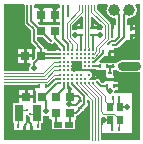
<source format=gtl>
G04*
G04 #@! TF.GenerationSoftware,Altium Limited,Altium Designer,19.0.15 (446)*
G04*
G04 Layer_Physical_Order=1*
G04 Layer_Color=255*
%FSLAX24Y24*%
%MOIN*%
G70*
G01*
G75*
%ADD11C,0.0079*%
%ADD13C,0.0049*%
%ADD14R,0.0295X0.0315*%
%ADD15R,0.0315X0.0295*%
%ADD16R,0.0256X0.0197*%
%ADD17R,0.0118X0.0106*%
%ADD18R,0.0106X0.0118*%
%ADD19R,0.0217X0.0256*%
%ADD20C,0.0079*%
%ADD21R,0.0295X0.0551*%
%ADD33C,0.0300*%
%ADD34C,0.0090*%
%ADD35C,0.0080*%
%ADD36R,0.0315X0.0300*%
%ADD37R,0.0354X0.0354*%
%ADD38C,0.0394*%
%ADD39C,0.0197*%
%ADD40C,0.0098*%
G36*
X2184Y131D02*
X2037D01*
X2037Y131D01*
X1588D01*
X1562Y129D01*
X1536Y124D01*
X1511Y116D01*
X1488Y104D01*
X1466Y90D01*
X1446Y72D01*
X1434Y58D01*
X1388Y49D01*
X1388Y49D01*
X1163D01*
Y49D01*
X853D01*
X834Y95D01*
X1008Y269D01*
X1053Y281D01*
X1053Y281D01*
X1135D01*
Y418D01*
X1185D01*
Y468D01*
X1317D01*
Y526D01*
X1318Y527D01*
X1334Y533D01*
X1346Y541D01*
X1399D01*
X1399Y541D01*
X1418Y543D01*
X1437Y548D01*
X1454Y558D01*
X1469Y570D01*
X1709Y810D01*
X1756Y817D01*
X1756Y817D01*
X1838D01*
Y955D01*
X1888D01*
Y1005D01*
X2020D01*
Y1131D01*
X1888D01*
Y1181D01*
X1838D01*
Y1319D01*
X1762D01*
Y1511D01*
X1778Y1532D01*
X1812Y1555D01*
X1825Y1555D01*
X1854Y1556D01*
X1882Y1561D01*
X1909Y1569D01*
X1936Y1580D01*
X1961Y1594D01*
X1985Y1611D01*
X2006Y1630D01*
X2025Y1651D01*
X2042Y1675D01*
X2056Y1700D01*
X2067Y1726D01*
X2075Y1754D01*
X2079Y1782D01*
X2081Y1811D01*
X2079Y1840D01*
X2075Y1868D01*
X2067Y1896D01*
X2056Y1922D01*
X2042Y1947D01*
X2035Y1957D01*
X2051Y1997D01*
X2060Y2007D01*
X2184D01*
Y131D01*
D02*
G37*
G36*
X-473Y1978D02*
Y1870D01*
X-600D01*
Y1644D01*
Y1417D01*
X-473D01*
Y1319D01*
X-866D01*
X-866Y1319D01*
X-896D01*
Y1319D01*
X-916Y1319D01*
X-1179D01*
X-1231Y1371D01*
X-1212Y1417D01*
X-1162D01*
Y1644D01*
Y1870D01*
X-1338D01*
Y1978D01*
X-1293Y2007D01*
X-518D01*
X-473Y1978D01*
D02*
G37*
G36*
X1099Y1997D02*
X1115Y1957D01*
X1108Y1947D01*
X1094Y1922D01*
X1083Y1896D01*
X1075Y1868D01*
X1070Y1840D01*
X1068Y1811D01*
X1070Y1782D01*
X1075Y1754D01*
X1083Y1726D01*
X1094Y1700D01*
X1108Y1675D01*
X1124Y1651D01*
X1144Y1630D01*
X1165Y1611D01*
X1188Y1594D01*
X1214Y1580D01*
X1240Y1569D01*
X1268Y1561D01*
X1296Y1556D01*
X1325Y1555D01*
X1327Y1555D01*
X1377Y1517D01*
Y1319D01*
X1302D01*
Y1181D01*
X1202D01*
Y1340D01*
X1201Y1340D01*
X1200Y1357D01*
X1195Y1373D01*
X1187Y1387D01*
X1177Y1400D01*
X1177Y1400D01*
X745Y1832D01*
Y1988D01*
X793Y2007D01*
X1090D01*
X1099Y1997D01*
D02*
G37*
G36*
X280Y1587D02*
Y1346D01*
X277D01*
Y1214D01*
X227D01*
Y1164D01*
X81D01*
X80Y1164D01*
X40Y1139D01*
X35Y1140D01*
X10Y1142D01*
X-15Y1140D01*
X-28Y1137D01*
X-57Y1152D01*
X-78Y1172D01*
Y1294D01*
X234Y1606D01*
X280Y1587D01*
D02*
G37*
G36*
X935Y1265D02*
Y1172D01*
X914Y1152D01*
X885Y1137D01*
X871Y1140D01*
X846Y1142D01*
X822Y1140D01*
X798Y1134D01*
X788Y1131D01*
X752Y1147D01*
X738Y1161D01*
Y1164D01*
X600D01*
Y1214D01*
X550D01*
Y1346D01*
X547D01*
Y1588D01*
X593Y1607D01*
X935Y1265D01*
D02*
G37*
G36*
X-889Y749D02*
X-884Y738D01*
X-875Y724D01*
X-864Y711D01*
X-851Y700D01*
X-837Y691D01*
X-821Y684D01*
X-804Y680D01*
X-787Y679D01*
X-770Y680D01*
X-754Y684D01*
X-738Y691D01*
X-724Y700D01*
X-711Y711D01*
X-700Y724D01*
X-697Y728D01*
X-661Y739D01*
X-638Y739D01*
X-638Y739D01*
X-539Y641D01*
X-538Y620D01*
X-540Y613D01*
X-442Y515D01*
Y482D01*
X-461Y463D01*
X-621D01*
X-637Y447D01*
X-646Y443D01*
X-906D01*
Y492D01*
X-974D01*
X-1013Y517D01*
X-1015Y536D01*
X-1021Y555D01*
X-1030Y572D01*
X-1042Y587D01*
X-1259Y804D01*
Y906D01*
X-1045D01*
X-889Y749D01*
D02*
G37*
G36*
X-1664Y1978D02*
Y1384D01*
X-1664Y1384D01*
X-1662Y1365D01*
X-1656Y1346D01*
X-1647Y1329D01*
X-1635Y1314D01*
X-1457Y1136D01*
Y763D01*
X-1457Y763D01*
X-1455Y743D01*
X-1450Y725D01*
X-1441Y708D01*
X-1428Y693D01*
X-1274Y538D01*
X-1293Y492D01*
X-1319D01*
Y209D01*
X-1371Y157D01*
X-1417Y176D01*
Y226D01*
X-1594D01*
Y39D01*
X-1494D01*
X-1467Y34D01*
X-1458Y-14D01*
X-1460Y-15D01*
X-1476Y-34D01*
X-1489Y-55D01*
X-1498Y-78D01*
X-1504Y-102D01*
X-1506Y-127D01*
X-1504Y-152D01*
X-1499Y-171D01*
X-1500Y-179D01*
X-1531Y-221D01*
X-1532Y-221D01*
X-2343D01*
X-2361Y-173D01*
Y2007D01*
X-1709D01*
X-1664Y1978D01*
D02*
G37*
G36*
X565Y-151D02*
X582Y-160D01*
X601Y-166D01*
X620Y-168D01*
X620Y-168D01*
X733D01*
Y-187D01*
X1055D01*
Y-379D01*
X1035D01*
Y-461D01*
X1173D01*
X1310D01*
Y-379D01*
X1291D01*
Y-187D01*
X1388D01*
Y-187D01*
X1434Y-196D01*
X1446Y-210D01*
X1466Y-227D01*
X1488Y-242D01*
X1511Y-253D01*
X1536Y-262D01*
X1562Y-267D01*
X1588Y-268D01*
X2037D01*
X2037Y-268D01*
X2184D01*
Y-2538D01*
X930D01*
X881Y-2520D01*
Y-1794D01*
X885Y-1788D01*
X931Y-1768D01*
X937Y-1773D01*
X935Y-2303D01*
X1919D01*
Y-965D01*
X1370D01*
X1351Y-950D01*
X1328Y-915D01*
X1329Y-905D01*
X1368Y-859D01*
X1445D01*
Y-771D01*
X1313D01*
Y-671D01*
X1445D01*
Y-584D01*
X1310D01*
Y-561D01*
X1173D01*
X1035D01*
Y-603D01*
X977D01*
Y-622D01*
X922D01*
X861Y-561D01*
X857Y-551D01*
X848Y-536D01*
X837Y-523D01*
X824Y-512D01*
X809Y-503D01*
X794Y-497D01*
X777Y-493D01*
X760Y-491D01*
X743Y-493D01*
X726Y-497D01*
X711Y-503D01*
X696Y-512D01*
X683Y-523D01*
X672Y-536D01*
X672Y-536D01*
X658Y-529D01*
X639Y-523D01*
X620Y-521D01*
X601Y-523D01*
X582Y-529D01*
X565Y-538D01*
X551Y-549D01*
X537Y-538D01*
X520Y-529D01*
X503Y-523D01*
X488Y-497D01*
X486Y-487D01*
X510Y-451D01*
X516Y-449D01*
X532Y-443D01*
X544Y-435D01*
X550Y-440D01*
X566Y-450D01*
X570Y-452D01*
Y-410D01*
X570Y-410D01*
X579Y-395D01*
X586Y-379D01*
X590Y-363D01*
X591Y-346D01*
X591Y-344D01*
X590Y-329D01*
X586Y-312D01*
X579Y-297D01*
X570Y-282D01*
X570Y-282D01*
Y-237D01*
X566Y-239D01*
X550Y-249D01*
X549Y-250D01*
X510Y-238D01*
X503Y-221D01*
X499Y-207D01*
X502Y-196D01*
X513Y-173D01*
X516Y-172D01*
X532Y-166D01*
X546Y-157D01*
X559Y-146D01*
X565Y-151D01*
D02*
G37*
G36*
X168Y-1048D02*
X149Y-1094D01*
X79D01*
Y-1025D01*
X125Y-1006D01*
X168Y-1048D01*
D02*
G37*
G36*
X-1317Y-688D02*
X-1185D01*
Y-788D01*
X-1317D01*
Y-876D01*
X-1289D01*
Y-1299D01*
X-1338Y-1303D01*
X-1388D01*
Y-1133D01*
X-1614D01*
X-1841D01*
Y-1303D01*
X-2040D01*
Y-1972D01*
X-1999D01*
Y-2179D01*
X-1794D01*
Y-2199D01*
X-1712D01*
Y-2061D01*
X-1612D01*
Y-2199D01*
X-1576D01*
Y-2199D01*
X-1494D01*
Y-2061D01*
X-1394D01*
Y-2199D01*
X-1312D01*
Y-2179D01*
X-1107D01*
Y-1972D01*
X-1056D01*
Y-1746D01*
X-1050Y-1738D01*
X-1006Y-1714D01*
X-1004Y-1715D01*
X-979Y-1721D01*
X-955Y-1723D01*
X-930Y-1721D01*
X-906Y-1715D01*
X-883Y-1706D01*
X-837Y-1736D01*
Y-1821D01*
X-774D01*
X-738Y-1854D01*
Y-2169D01*
X10D01*
Y-1854D01*
X46Y-1821D01*
X59D01*
Y-1713D01*
X59Y-1713D01*
X78Y-1711D01*
X97Y-1706D01*
X114Y-1696D01*
X129Y-1684D01*
X250Y-1563D01*
X305D01*
Y-1508D01*
X373Y-1440D01*
X384Y-1435D01*
X398Y-1426D01*
X411Y-1415D01*
X423Y-1402D01*
X431Y-1388D01*
X438Y-1372D01*
X442Y-1356D01*
X443Y-1339D01*
X442Y-1322D01*
X438Y-1305D01*
X434Y-1294D01*
Y-1198D01*
X480Y-1179D01*
X516Y-1216D01*
Y-2520D01*
X468Y-2538D01*
X-2361D01*
Y-733D01*
X-2343Y-684D01*
X-1317D01*
Y-688D01*
D02*
G37*
G36*
X-152Y-726D02*
X-151Y-727D01*
X-139Y-742D01*
X-71Y-810D01*
X-90Y-856D01*
X-107D01*
Y-1083D01*
Y-1309D01*
X47D01*
X49Y-1357D01*
X49Y-1358D01*
X45Y-1407D01*
X-229D01*
Y-1309D01*
X-207D01*
Y-1083D01*
Y-854D01*
X-218Y-847D01*
X-246Y-808D01*
X-246Y-808D01*
Y-784D01*
X-242Y-774D01*
X-207Y-739D01*
X-188Y-737D01*
X-170Y-733D01*
X-153Y-726D01*
X-152Y-726D01*
D02*
G37*
G36*
X-1573Y-1693D02*
X-1564Y-1708D01*
X-1553Y-1720D01*
X-1540Y-1732D01*
X-1526Y-1740D01*
X-1510Y-1747D01*
X-1493Y-1751D01*
X-1476Y-1752D01*
X-1469Y-1759D01*
Y-1923D01*
X-1530D01*
Y-1923D01*
X-1627D01*
Y-1691D01*
X-1580Y-1677D01*
X-1573Y-1693D01*
D02*
G37*
%LPC*%
G36*
X2020Y1319D02*
X1938D01*
Y1231D01*
X2020D01*
Y1319D01*
D02*
G37*
G36*
Y905D02*
X1938D01*
Y817D01*
X2020D01*
Y905D01*
D02*
G37*
G36*
X1317Y368D02*
X1235D01*
Y281D01*
X1317D01*
Y368D01*
D02*
G37*
G36*
X-700Y1870D02*
X-1062D01*
Y1644D01*
Y1417D01*
X-700D01*
Y1644D01*
Y1870D01*
D02*
G37*
G36*
X177Y1346D02*
X90D01*
Y1264D01*
X177D01*
Y1346D01*
D02*
G37*
G36*
X738D02*
X650D01*
Y1264D01*
X738D01*
Y1346D01*
D02*
G37*
G36*
X-1417Y512D02*
X-1594D01*
Y326D01*
X-1417D01*
Y512D01*
D02*
G37*
G36*
X-1694D02*
X-1870D01*
Y326D01*
X-1694D01*
Y512D01*
D02*
G37*
G36*
Y226D02*
X-1870D01*
Y39D01*
X-1694D01*
Y226D01*
D02*
G37*
G36*
X727Y-394D02*
X670D01*
Y-452D01*
X674Y-450D01*
X690Y-440D01*
X704Y-428D01*
X716Y-414D01*
X726Y-398D01*
X727Y-394D01*
D02*
G37*
G36*
X-1388Y-846D02*
X-1564D01*
Y-1033D01*
X-1388D01*
Y-846D01*
D02*
G37*
G36*
X-1664D02*
X-1841D01*
Y-1033D01*
X-1664D01*
Y-846D01*
D02*
G37*
%LPD*%
D11*
X1663Y904D02*
Y955D01*
X1300Y640D02*
X1399D01*
X1134Y674D02*
X1227Y768D01*
X1345D01*
X1399Y640D02*
X1663Y904D01*
X1476Y899D02*
Y955D01*
X1345Y768D02*
X1476Y899D01*
X1290Y630D02*
X1300Y640D01*
X1284Y630D02*
X1290D01*
X-1112Y1112D02*
X-787Y787D01*
X-1437Y1437D02*
Y1978D01*
Y1437D02*
X-1112Y1112D01*
X-1112Y207D02*
X-482D01*
X-1112Y344D02*
Y517D01*
Y276D02*
Y344D01*
X-482D01*
X-1358Y763D02*
X-1112Y517D01*
X-1358Y763D02*
Y1177D01*
X-1565Y1384D02*
X-1358Y1177D01*
X-1565Y1384D02*
Y1978D01*
X-1112Y276D02*
X-1112Y276D01*
X-728Y-1184D02*
Y-1150D01*
X-602Y-1066D02*
X-344Y-808D01*
X-612Y-1066D02*
X-602D01*
X-344Y-808D02*
Y-620D01*
X-612Y-1597D02*
X-610Y-1599D01*
Y-1953D02*
Y-1599D01*
Y-1953D02*
X-551Y-2012D01*
X-177D02*
X-161Y-1996D01*
X-157Y-1614D02*
X59D01*
X-161Y-1996D02*
Y-1594D01*
X-69Y-672D02*
Y-620D01*
X59Y-1614D02*
X335Y-1339D01*
X-69Y-672D02*
X335Y-1075D01*
Y-1339D02*
Y-1075D01*
X-207Y-758D02*
Y-620D01*
Y-758D02*
X-148Y-817D01*
X-157Y-1083D02*
X-138Y-1063D01*
X118D01*
X187Y-1132D01*
Y-1226D02*
Y-1132D01*
X174Y-1226D02*
X187D01*
X52Y-1348D02*
X174Y-1226D01*
X-10Y-1348D02*
X52D01*
X1201Y-1870D02*
X1257D01*
X974D02*
X1201D01*
X974Y-1870D02*
X974Y-1870D01*
X1257Y-2165D02*
Y-1870D01*
X1535Y-1417D02*
X1762D01*
X1500Y-1382D02*
X1535Y-1417D01*
X1500Y-1382D02*
Y-1112D01*
X1761Y-1419D02*
X1762Y-1417D01*
X1752Y-1419D02*
X1761D01*
X1252Y955D02*
Y1201D01*
X-207Y482D02*
Y658D01*
X-374Y825D02*
X-207Y658D01*
Y1604D02*
Y1978D01*
X-374Y825D02*
Y1978D01*
X-1348Y39D02*
X-1112Y276D01*
X-1348Y30D02*
Y39D01*
Y30D02*
X-1348Y29D01*
Y-127D02*
Y29D01*
X-1112Y207D02*
Y276D01*
X1663Y955D02*
Y1201D01*
X1476Y955D02*
Y1201D01*
X1663D02*
Y1650D01*
X1825Y1811D01*
X1476Y1201D02*
Y1659D01*
X1325Y1811D02*
X1476Y1659D01*
X-1388Y-807D02*
Y-768D01*
X-1358Y-738D01*
X-1185D01*
X-955Y-1565D02*
Y-1211D01*
X-1083Y-1083D02*
X-955Y-1211D01*
X667Y69D02*
X960Y362D01*
Y418D01*
X-640Y-482D02*
X-482D01*
X-896Y-738D02*
X-640Y-482D01*
X-961Y-738D02*
X-896D01*
X-588Y-620D02*
X-482D01*
X-1050Y-1083D02*
X-588Y-620D01*
X-1083Y-1083D02*
X-1050D01*
X881Y-721D02*
X1089D01*
X760Y-600D02*
X881Y-721D01*
X620Y69D02*
X667D01*
X207Y970D02*
X226Y990D01*
X16D02*
X226D01*
X-482Y207D02*
X-482D01*
X344Y-207D02*
X517D01*
X1089Y-823D02*
Y-721D01*
Y-823D02*
X1171Y-905D01*
X700Y1382D02*
X817Y1265D01*
X-1549Y-1901D02*
X-1548Y-1901D01*
X-1662Y-2015D02*
X-1549Y-1901D01*
X-1662Y-2061D02*
Y-2015D01*
X-1548Y-1901D02*
X-1444Y-2005D01*
Y-2061D02*
Y-2005D01*
X518Y-208D02*
X539D01*
X620Y-289D01*
Y-344D02*
Y-289D01*
Y-69D02*
X845D01*
X1132Y-511D02*
X1173D01*
X924Y-303D02*
X1132Y-511D01*
X207Y-207D02*
X344D01*
X517D02*
X518Y-208D01*
X811Y990D02*
X817Y984D01*
X600Y990D02*
X811D01*
X600D02*
X620Y970D01*
Y482D02*
Y970D01*
X207Y482D02*
Y970D01*
X10Y984D02*
X16Y990D01*
X-344Y482D02*
Y586D01*
X-650Y891D02*
X-344Y586D01*
X-650Y891D02*
Y1112D01*
X11Y1228D02*
X214D01*
X227Y1214D01*
X614Y1228D02*
X817D01*
X600Y1214D02*
X614Y1228D01*
X11D02*
Y1265D01*
X128Y1382D01*
D13*
X1117Y831D02*
Y1340D01*
X832Y546D02*
X1117Y831D01*
X1019Y872D02*
Y1300D01*
X733Y587D02*
X1019Y872D01*
X620Y-644D02*
Y-620D01*
X1317Y-1645D02*
X1482Y-1811D01*
X966Y-1645D02*
X1317D01*
X896Y-1575D02*
X966Y-1645D01*
X896Y-1575D02*
Y-1059D01*
X482Y-645D02*
Y-620D01*
Y-645D02*
X896Y-1059D01*
X1201Y-1417D02*
Y-1398D01*
X1482Y-2165D02*
Y-1811D01*
X1201Y-1398D02*
X1276Y-1323D01*
Y-1101D01*
X620Y-644D02*
X1024Y-1048D01*
Y-1220D02*
Y-1048D01*
Y-1220D02*
X1201Y-1398D01*
Y-1417D02*
Y-1398D01*
X660Y1797D02*
Y1988D01*
X562Y1756D02*
Y1988D01*
X463Y566D02*
Y1988D01*
X364Y566D02*
Y1988D01*
X167Y1798D02*
Y1988D01*
X266Y1757D02*
Y1988D01*
X660Y1797D02*
X1117Y1340D01*
X832Y393D02*
Y546D01*
X645Y207D02*
X832Y393D01*
X620Y207D02*
X645D01*
X644Y344D02*
X733Y434D01*
Y587D01*
X562Y1756D02*
X1019Y1300D01*
X620Y344D02*
X644D01*
X463Y566D02*
X482Y546D01*
Y482D02*
Y546D01*
X344Y482D02*
Y546D01*
X364Y566D01*
X-69Y482D02*
Y680D01*
X-261Y1370D02*
X167Y1798D01*
X-261Y872D02*
Y1370D01*
Y872D02*
X-69Y680D01*
X69Y482D02*
Y682D01*
X-162Y1329D02*
X266Y1757D01*
X-162Y913D02*
Y1329D01*
Y913D02*
X69Y682D01*
X-2343Y-305D02*
X-1044D01*
X-2343Y-404D02*
X-1003D01*
X-2343Y-600D02*
X-922D01*
X-2343Y-502D02*
X-962D01*
X-670Y69D02*
X-482D01*
X-1044Y-305D02*
X-670Y69D01*
X-669Y-69D02*
X-482D01*
X-1003Y-404D02*
X-669Y-69D01*
X-666Y-344D02*
X-482D01*
X-922Y-600D02*
X-666Y-344D01*
X-667Y-207D02*
X-482D01*
X-962Y-502D02*
X-667Y-207D01*
X797Y-2520D02*
Y-1100D01*
X600Y-2520D02*
Y-1181D01*
X699Y-2520D02*
Y-1140D01*
X344Y-647D02*
X797Y-1100D01*
X344Y-647D02*
Y-620D01*
X69Y-650D02*
Y-620D01*
Y-650D02*
X600Y-1181D01*
X207Y-648D02*
X699Y-1140D01*
X207Y-648D02*
Y-620D01*
X-1476Y-1644D02*
X-1269D01*
X-1263Y-1638D01*
X-1593Y-1535D02*
X-1568Y-1510D01*
X-1731Y-1535D02*
X-1593D01*
X-1824Y-1628D02*
X-1731Y-1535D01*
X-1887Y-1691D02*
X-1834Y-1638D01*
X-1887Y-2061D02*
Y-1691D01*
X-1263Y-1638D02*
X-1219Y-1681D01*
Y-2061D02*
Y-1681D01*
D14*
X-1644Y276D02*
D03*
X-1112D02*
D03*
X-1083Y-1083D02*
D03*
X-1614D02*
D03*
D15*
X-1112Y1644D02*
D03*
Y1112D02*
D03*
X-620Y-1614D02*
D03*
Y-1083D02*
D03*
X-157Y-1614D02*
D03*
Y-1083D02*
D03*
X-650Y1112D02*
D03*
Y1644D02*
D03*
D16*
X-551Y-2012D02*
D03*
X-177D02*
D03*
D17*
X187Y-1451D02*
D03*
Y-1226D02*
D03*
X600Y1214D02*
D03*
Y990D02*
D03*
X227Y1214D02*
D03*
Y990D02*
D03*
X1173Y-287D02*
D03*
Y-511D02*
D03*
D18*
X1500Y-1112D02*
D03*
X1276D02*
D03*
X1257Y-2165D02*
D03*
X1482D02*
D03*
X1252Y1181D02*
D03*
X1476D02*
D03*
X1663D02*
D03*
X1888D02*
D03*
X1252Y955D02*
D03*
X1476D02*
D03*
X1663D02*
D03*
X1888D02*
D03*
X1089Y-721D02*
D03*
X1313D02*
D03*
X1275Y-69D02*
D03*
X1500D02*
D03*
X845Y-69D02*
D03*
X1070D02*
D03*
X-1444Y-2061D02*
D03*
X-1219D02*
D03*
X-1662Y-2061D02*
D03*
X-1887Y-2061D02*
D03*
X1185Y418D02*
D03*
X960D02*
D03*
X-1185Y-738D02*
D03*
X-961D02*
D03*
D19*
X1535Y-1870D02*
D03*
X1201Y-1870D02*
D03*
Y-1417D02*
D03*
X1535Y-1417D02*
D03*
D20*
X344Y344D02*
D03*
X620Y-344D02*
D03*
X482D02*
D03*
X620Y-620D02*
D03*
X-482Y482D02*
D03*
X-344D02*
D03*
X-207D02*
D03*
X-69D02*
D03*
X69D02*
D03*
X207D02*
D03*
X344D02*
D03*
X482D02*
D03*
X620D02*
D03*
X-482Y344D02*
D03*
X-344D02*
D03*
X-207D02*
D03*
X-69D02*
D03*
X69D02*
D03*
X207D02*
D03*
X482D02*
D03*
X620D02*
D03*
X-482Y207D02*
D03*
X-344D02*
D03*
X-69D02*
D03*
X69D02*
D03*
X207D02*
D03*
X344D02*
D03*
X482D02*
D03*
X620D02*
D03*
X-482Y69D02*
D03*
X-344D02*
D03*
X-207D02*
D03*
X-69D02*
D03*
X69D02*
D03*
X207D02*
D03*
X344D02*
D03*
X482D02*
D03*
X620D02*
D03*
X-482Y-69D02*
D03*
X-344D02*
D03*
X-207D02*
D03*
X-69D02*
D03*
X69D02*
D03*
X207D02*
D03*
X344D02*
D03*
X482D02*
D03*
X620D02*
D03*
X-482Y-207D02*
D03*
X-344D02*
D03*
X-207D02*
D03*
X-69D02*
D03*
X69D02*
D03*
X207D02*
D03*
X344D02*
D03*
X-482Y-344D02*
D03*
X-344D02*
D03*
X-207D02*
D03*
X-69D02*
D03*
X69D02*
D03*
X207D02*
D03*
X-482Y-482D02*
D03*
X-344D02*
D03*
X-207D02*
D03*
X-69D02*
D03*
X69D02*
D03*
X207D02*
D03*
X344D02*
D03*
X-482Y-620D02*
D03*
X-344D02*
D03*
X-207D02*
D03*
X-69D02*
D03*
X69D02*
D03*
X207D02*
D03*
X344D02*
D03*
X482D02*
D03*
D21*
X-1834Y-1638D02*
D03*
X-1263D02*
D03*
D33*
X1588Y-69D02*
X2037D01*
D34*
X1072Y-69D02*
X1178D01*
X1275D01*
X1280D01*
D35*
X1173Y-74D02*
X1178Y-69D01*
X1173Y-287D02*
Y-74D01*
D36*
X2030Y-69D02*
D03*
D37*
X69Y-69D02*
D03*
D38*
X1825Y1811D02*
D03*
X1325D02*
D03*
D39*
X-1585Y1083D02*
D03*
X-1969Y285D02*
D03*
X-1112Y1890D02*
D03*
X-974Y-2057D02*
D03*
X394Y-2411D02*
D03*
X157Y-2096D02*
D03*
X-167Y-1319D02*
D03*
X-364Y-2421D02*
D03*
X394Y-1624D02*
D03*
X915Y1890D02*
D03*
X-1783Y1890D02*
D03*
X-2234Y-2421D02*
D03*
X-2244Y1890D02*
D03*
Y1368D02*
D03*
X-2244Y778D02*
D03*
Y-98D02*
D03*
X-974Y-2421D02*
D03*
X2067Y-2421D02*
D03*
X2067Y-1093D02*
D03*
X1004Y-2421D02*
D03*
X974Y-1870D02*
D03*
X1752Y-1419D02*
D03*
X1427Y453D02*
D03*
X-955Y-1565D02*
D03*
X157Y20D02*
D03*
X-20Y-157D02*
D03*
X1535Y-709D02*
D03*
X1171Y-905D02*
D03*
X2067Y797D02*
D03*
X-817Y600D02*
D03*
X1722Y-389D02*
D03*
X2067Y249D02*
D03*
X2047Y-389D02*
D03*
X1722Y249D02*
D03*
X1148Y190D02*
D03*
X924Y-303D02*
D03*
X1440Y-380D02*
D03*
X-1348Y-127D02*
D03*
X846Y984D02*
D03*
X10D02*
D03*
X10Y1228D02*
D03*
X846D02*
D03*
X-1949Y-1181D02*
D03*
X-650Y1890D02*
D03*
D40*
X-787Y787D02*
D03*
X-344Y344D02*
D03*
X118Y-1063D02*
D03*
X335Y-1339D02*
D03*
X-207Y1604D02*
D03*
X-207Y344D02*
D03*
X482Y207D02*
D03*
Y344D02*
D03*
X344D02*
D03*
X-69D02*
D03*
X69D02*
D03*
X207D02*
D03*
Y-482D02*
D03*
X-69D02*
D03*
X69D02*
D03*
X-344Y207D02*
D03*
Y69D02*
D03*
X-344Y-344D02*
D03*
X-344Y-207D02*
D03*
Y-69D02*
D03*
X344Y-69D02*
D03*
Y69D02*
D03*
Y207D02*
D03*
X207Y207D02*
D03*
X69Y207D02*
D03*
X1134Y674D02*
D03*
X1284Y630D02*
D03*
X-1368Y-827D02*
D03*
X-69Y-344D02*
D03*
X69D02*
D03*
X-207D02*
D03*
X207Y-344D02*
D03*
X-207Y-207D02*
D03*
Y-69D02*
D03*
Y69D02*
D03*
X-69Y207D02*
D03*
X-1548Y-1770D02*
D03*
X-1476Y-1644D02*
D03*
X-482Y482D02*
D03*
X760Y-600D02*
D03*
X482Y-346D02*
D03*
X344Y-482D02*
D03*
X-344D02*
D03*
X-207D02*
D03*
X482Y-69D02*
D03*
Y69D02*
D03*
X-1568Y-1510D02*
D03*
M02*

</source>
